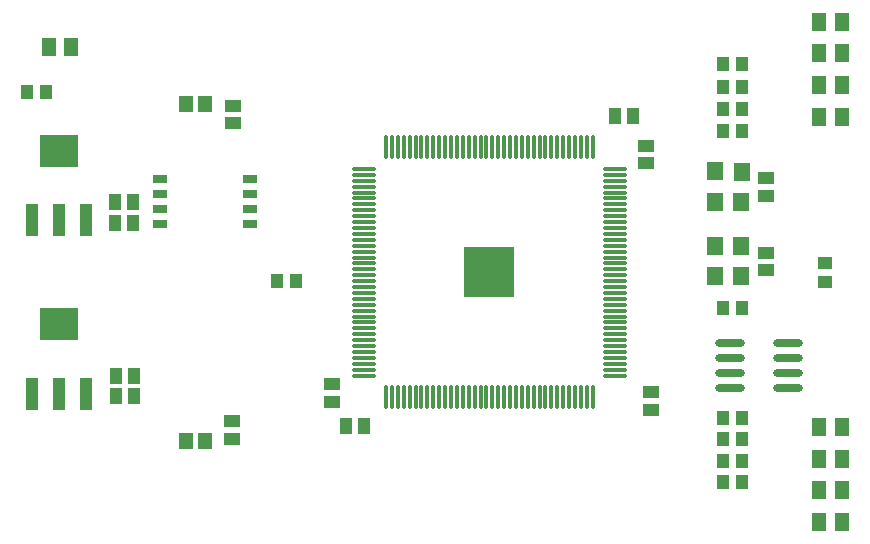
<source format=gtp>
G04*
G04 #@! TF.GenerationSoftware,Altium Limited,Altium Designer,20.0.13 (296)*
G04*
G04 Layer_Color=8421504*
%FSLAX25Y25*%
%MOIN*%
G70*
G01*
G75*
%ADD15O,0.09843X0.02756*%
%ADD16R,0.05118X0.05906*%
%ADD17R,0.03937X0.05118*%
%ADD18R,0.05512X0.06299*%
%ADD19R,0.05000X0.03000*%
%ADD20R,0.03937X0.10630*%
%ADD21R,0.12992X0.10630*%
%ADD22R,0.04724X0.05512*%
%ADD23R,0.05512X0.04331*%
%ADD24R,0.04331X0.05512*%
%ADD25R,0.05118X0.03937*%
%ADD26O,0.01181X0.08268*%
%ADD27O,0.08268X0.01181*%
%ADD28R,0.16929X0.16929*%
D15*
X263846Y57890D02*
D03*
Y62890D02*
D03*
Y67891D02*
D03*
Y72891D02*
D03*
X244554Y57890D02*
D03*
Y62890D02*
D03*
Y67891D02*
D03*
Y72891D02*
D03*
D16*
X274360Y23857D02*
D03*
X281840D02*
D03*
X274360Y159024D02*
D03*
X281840D02*
D03*
X274360Y148491D02*
D03*
X281840D02*
D03*
X274360Y44991D02*
D03*
X281840D02*
D03*
X274360Y34424D02*
D03*
X281840D02*
D03*
X274360Y169557D02*
D03*
X281840D02*
D03*
X274360Y180090D02*
D03*
X281840D02*
D03*
X17560Y171691D02*
D03*
X25040D02*
D03*
X274360Y13291D02*
D03*
X281840D02*
D03*
D17*
X248450Y48090D02*
D03*
X242150D02*
D03*
X248450Y40924D02*
D03*
X242150D02*
D03*
Y33757D02*
D03*
X248450D02*
D03*
X242150Y26591D02*
D03*
X248450D02*
D03*
X10150Y156591D02*
D03*
X16450D02*
D03*
X93750Y93590D02*
D03*
X100050D02*
D03*
X242350Y165891D02*
D03*
X248650D02*
D03*
X242350Y158457D02*
D03*
X248650D02*
D03*
Y151024D02*
D03*
X242350D02*
D03*
X248650Y143591D02*
D03*
X242350D02*
D03*
X248550Y84790D02*
D03*
X242250D02*
D03*
D18*
X248461Y130104D02*
D03*
X239685Y130210D02*
D03*
X248346Y119974D02*
D03*
X239685D02*
D03*
X248346Y105449D02*
D03*
X239685D02*
D03*
X248346Y95213D02*
D03*
X239571Y95319D02*
D03*
D19*
X84579Y127792D02*
D03*
Y122753D02*
D03*
Y117713D02*
D03*
Y112674D02*
D03*
X54579Y112674D02*
D03*
Y117713D02*
D03*
Y122753D02*
D03*
Y127792D02*
D03*
D20*
X11945Y113913D02*
D03*
X21000D02*
D03*
X30055D02*
D03*
X11945Y56039D02*
D03*
X21000D02*
D03*
X30055D02*
D03*
D21*
X21000Y137142D02*
D03*
Y79268D02*
D03*
D22*
X63350Y152823D02*
D03*
X69650D02*
D03*
X63350Y40291D02*
D03*
X69650D02*
D03*
D23*
X78500Y46943D02*
D03*
Y41038D02*
D03*
X78800Y146238D02*
D03*
Y152143D02*
D03*
X256600Y97272D02*
D03*
Y103177D02*
D03*
X256600Y127939D02*
D03*
Y122033D02*
D03*
X216500Y138843D02*
D03*
Y132938D02*
D03*
X111800Y53438D02*
D03*
Y59343D02*
D03*
X218200Y56743D02*
D03*
Y50838D02*
D03*
D24*
X40047Y62090D02*
D03*
X45953D02*
D03*
X40047Y55190D02*
D03*
X45953D02*
D03*
X39747Y120090D02*
D03*
X45653D02*
D03*
X39720Y113159D02*
D03*
X45626D02*
D03*
X122653Y45391D02*
D03*
X116747D02*
D03*
X206350Y148690D02*
D03*
X212255D02*
D03*
D25*
X276300Y99740D02*
D03*
Y93441D02*
D03*
D26*
X198849Y54858D02*
D03*
X196880D02*
D03*
X194912D02*
D03*
X192943D02*
D03*
X190975D02*
D03*
X189006D02*
D03*
X187038D02*
D03*
X185069D02*
D03*
X183101D02*
D03*
X181132D02*
D03*
X179164D02*
D03*
X177195D02*
D03*
X175227D02*
D03*
X173258D02*
D03*
X171290D02*
D03*
X169321D02*
D03*
X167353D02*
D03*
X165384D02*
D03*
X163416D02*
D03*
X161447D02*
D03*
X159479D02*
D03*
X157510D02*
D03*
X155542D02*
D03*
X153573D02*
D03*
X151605D02*
D03*
X149636D02*
D03*
X147668D02*
D03*
X145699D02*
D03*
X143731D02*
D03*
X141762D02*
D03*
X139794D02*
D03*
X137825D02*
D03*
X135857D02*
D03*
X133888D02*
D03*
X131920D02*
D03*
X129951D02*
D03*
Y138323D02*
D03*
X131920D02*
D03*
X133888D02*
D03*
X135857D02*
D03*
X137825D02*
D03*
X139794D02*
D03*
X141762D02*
D03*
X143731D02*
D03*
X145699D02*
D03*
X147668D02*
D03*
X149636D02*
D03*
X151605D02*
D03*
X153573D02*
D03*
X155542D02*
D03*
X157510D02*
D03*
X159479D02*
D03*
X161447D02*
D03*
X163416D02*
D03*
X165384D02*
D03*
X167353D02*
D03*
X169321D02*
D03*
X171290D02*
D03*
X173258D02*
D03*
X175227D02*
D03*
X177195D02*
D03*
X179164D02*
D03*
X181132D02*
D03*
X183101D02*
D03*
X185069D02*
D03*
X187038D02*
D03*
X189006D02*
D03*
X190975D02*
D03*
X192943D02*
D03*
X194912D02*
D03*
X196880D02*
D03*
X198849D02*
D03*
D27*
X122668Y62142D02*
D03*
Y64110D02*
D03*
Y66079D02*
D03*
Y68047D02*
D03*
Y70016D02*
D03*
Y71984D02*
D03*
Y73953D02*
D03*
Y75921D02*
D03*
Y77890D02*
D03*
Y79858D02*
D03*
Y81827D02*
D03*
Y83795D02*
D03*
Y85764D02*
D03*
Y87732D02*
D03*
Y89701D02*
D03*
Y91669D02*
D03*
Y93638D02*
D03*
Y95606D02*
D03*
Y97575D02*
D03*
Y99543D02*
D03*
Y101512D02*
D03*
Y103480D02*
D03*
Y105449D02*
D03*
Y107417D02*
D03*
Y109386D02*
D03*
Y111354D02*
D03*
Y113323D02*
D03*
Y115291D02*
D03*
Y117260D02*
D03*
Y119228D02*
D03*
Y121197D02*
D03*
Y123165D02*
D03*
Y125134D02*
D03*
Y127102D02*
D03*
Y129071D02*
D03*
Y131039D02*
D03*
X206132D02*
D03*
Y129071D02*
D03*
Y127102D02*
D03*
Y125134D02*
D03*
Y123165D02*
D03*
Y121197D02*
D03*
Y119228D02*
D03*
Y117260D02*
D03*
Y115291D02*
D03*
Y113323D02*
D03*
Y111354D02*
D03*
Y109386D02*
D03*
Y107417D02*
D03*
Y105449D02*
D03*
Y103480D02*
D03*
Y101512D02*
D03*
Y99543D02*
D03*
Y97575D02*
D03*
Y95606D02*
D03*
Y93638D02*
D03*
Y91669D02*
D03*
Y89701D02*
D03*
Y87732D02*
D03*
Y85764D02*
D03*
Y83795D02*
D03*
Y81827D02*
D03*
Y79858D02*
D03*
Y77890D02*
D03*
Y75921D02*
D03*
Y73953D02*
D03*
Y71984D02*
D03*
Y70016D02*
D03*
Y68047D02*
D03*
Y66079D02*
D03*
Y64110D02*
D03*
Y62142D02*
D03*
D28*
X164400Y96591D02*
D03*
M02*

</source>
